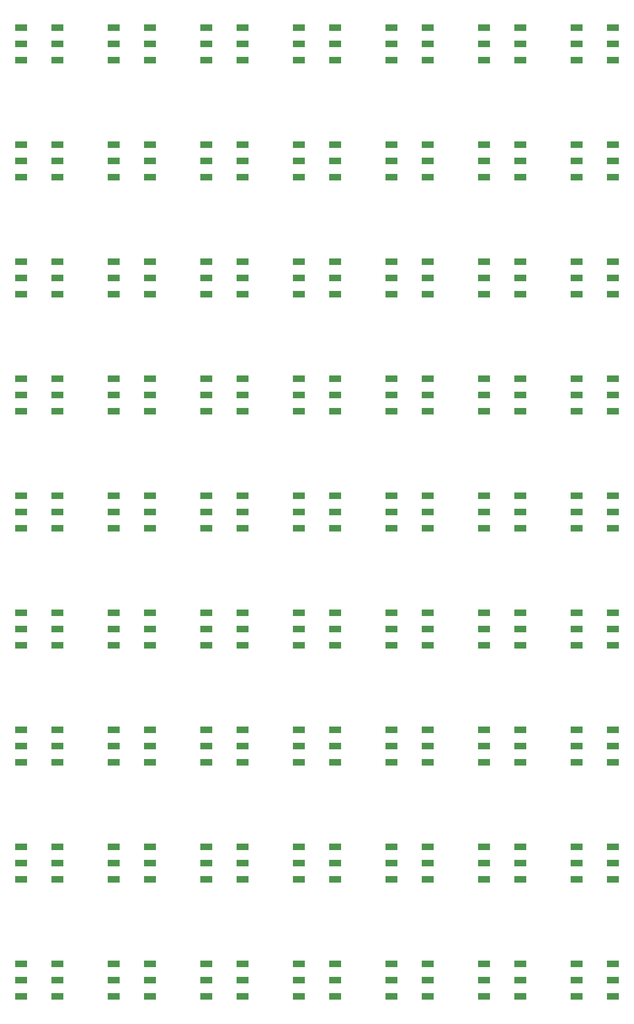
<source format=gbp>
G04 EAGLE Gerber RS-274X export*
G75*
%MOMM*%
%FSLAX34Y34*%
%LPD*%
%INSolderpaste Bottom*%
%IPPOS*%
%AMOC8*
5,1,8,0,0,1.08239X$1,22.5*%
G01*
%ADD10R,1.900000X1.020000*%


D10*
X22300Y38100D03*
X79300Y38100D03*
X79300Y12700D03*
X22300Y12700D03*
X22300Y63500D03*
X79300Y63500D03*
X167080Y38100D03*
X224080Y38100D03*
X224080Y12700D03*
X167080Y12700D03*
X167080Y63500D03*
X224080Y63500D03*
X311860Y38100D03*
X368860Y38100D03*
X368860Y12700D03*
X311860Y12700D03*
X311860Y63500D03*
X368860Y63500D03*
X456640Y38100D03*
X513640Y38100D03*
X513640Y12700D03*
X456640Y12700D03*
X456640Y63500D03*
X513640Y63500D03*
X601420Y38100D03*
X658420Y38100D03*
X658420Y12700D03*
X601420Y12700D03*
X601420Y63500D03*
X658420Y63500D03*
X746200Y38100D03*
X803200Y38100D03*
X803200Y12700D03*
X746200Y12700D03*
X746200Y63500D03*
X803200Y63500D03*
X890980Y38100D03*
X947980Y38100D03*
X947980Y12700D03*
X890980Y12700D03*
X890980Y63500D03*
X947980Y63500D03*
X22300Y220980D03*
X79300Y220980D03*
X79300Y195580D03*
X22300Y195580D03*
X22300Y246380D03*
X79300Y246380D03*
X167080Y220980D03*
X224080Y220980D03*
X224080Y195580D03*
X167080Y195580D03*
X167080Y246380D03*
X224080Y246380D03*
X311860Y220980D03*
X368860Y220980D03*
X368860Y195580D03*
X311860Y195580D03*
X311860Y246380D03*
X368860Y246380D03*
X456640Y220980D03*
X513640Y220980D03*
X513640Y195580D03*
X456640Y195580D03*
X456640Y246380D03*
X513640Y246380D03*
X601420Y220980D03*
X658420Y220980D03*
X658420Y195580D03*
X601420Y195580D03*
X601420Y246380D03*
X658420Y246380D03*
X746200Y220980D03*
X803200Y220980D03*
X803200Y195580D03*
X746200Y195580D03*
X746200Y246380D03*
X803200Y246380D03*
X890980Y220980D03*
X947980Y220980D03*
X947980Y195580D03*
X890980Y195580D03*
X890980Y246380D03*
X947980Y246380D03*
X22300Y403860D03*
X79300Y403860D03*
X79300Y378460D03*
X22300Y378460D03*
X22300Y429260D03*
X79300Y429260D03*
X167080Y403860D03*
X224080Y403860D03*
X224080Y378460D03*
X167080Y378460D03*
X167080Y429260D03*
X224080Y429260D03*
X311860Y403860D03*
X368860Y403860D03*
X368860Y378460D03*
X311860Y378460D03*
X311860Y429260D03*
X368860Y429260D03*
X456640Y403860D03*
X513640Y403860D03*
X513640Y378460D03*
X456640Y378460D03*
X456640Y429260D03*
X513640Y429260D03*
X601420Y403860D03*
X658420Y403860D03*
X658420Y378460D03*
X601420Y378460D03*
X601420Y429260D03*
X658420Y429260D03*
X746200Y403860D03*
X803200Y403860D03*
X803200Y378460D03*
X746200Y378460D03*
X746200Y429260D03*
X803200Y429260D03*
X890980Y403860D03*
X947980Y403860D03*
X947980Y378460D03*
X890980Y378460D03*
X890980Y429260D03*
X947980Y429260D03*
X22300Y586740D03*
X79300Y586740D03*
X79300Y561340D03*
X22300Y561340D03*
X22300Y612140D03*
X79300Y612140D03*
X167080Y586740D03*
X224080Y586740D03*
X224080Y561340D03*
X167080Y561340D03*
X167080Y612140D03*
X224080Y612140D03*
X311860Y586740D03*
X368860Y586740D03*
X368860Y561340D03*
X311860Y561340D03*
X311860Y612140D03*
X368860Y612140D03*
X456640Y586740D03*
X513640Y586740D03*
X513640Y561340D03*
X456640Y561340D03*
X456640Y612140D03*
X513640Y612140D03*
X601420Y586740D03*
X658420Y586740D03*
X658420Y561340D03*
X601420Y561340D03*
X601420Y612140D03*
X658420Y612140D03*
X746200Y586740D03*
X803200Y586740D03*
X803200Y561340D03*
X746200Y561340D03*
X746200Y612140D03*
X803200Y612140D03*
X890980Y586740D03*
X947980Y586740D03*
X947980Y561340D03*
X890980Y561340D03*
X890980Y612140D03*
X947980Y612140D03*
X22300Y769620D03*
X79300Y769620D03*
X79300Y744220D03*
X22300Y744220D03*
X22300Y795020D03*
X79300Y795020D03*
X167080Y769620D03*
X224080Y769620D03*
X224080Y744220D03*
X167080Y744220D03*
X167080Y795020D03*
X224080Y795020D03*
X311860Y769620D03*
X368860Y769620D03*
X368860Y744220D03*
X311860Y744220D03*
X311860Y795020D03*
X368860Y795020D03*
X456640Y769620D03*
X513640Y769620D03*
X513640Y744220D03*
X456640Y744220D03*
X456640Y795020D03*
X513640Y795020D03*
X601420Y769620D03*
X658420Y769620D03*
X658420Y744220D03*
X601420Y744220D03*
X601420Y795020D03*
X658420Y795020D03*
X746200Y769620D03*
X803200Y769620D03*
X803200Y744220D03*
X746200Y744220D03*
X746200Y795020D03*
X803200Y795020D03*
X890980Y769620D03*
X947980Y769620D03*
X947980Y744220D03*
X890980Y744220D03*
X890980Y795020D03*
X947980Y795020D03*
X22300Y952500D03*
X79300Y952500D03*
X79300Y927100D03*
X22300Y927100D03*
X22300Y977900D03*
X79300Y977900D03*
X167080Y952500D03*
X224080Y952500D03*
X224080Y927100D03*
X167080Y927100D03*
X167080Y977900D03*
X224080Y977900D03*
X311860Y952500D03*
X368860Y952500D03*
X368860Y927100D03*
X311860Y927100D03*
X311860Y977900D03*
X368860Y977900D03*
X456640Y952500D03*
X513640Y952500D03*
X513640Y927100D03*
X456640Y927100D03*
X456640Y977900D03*
X513640Y977900D03*
X601420Y952500D03*
X658420Y952500D03*
X658420Y927100D03*
X601420Y927100D03*
X601420Y977900D03*
X658420Y977900D03*
X746200Y952500D03*
X803200Y952500D03*
X803200Y927100D03*
X746200Y927100D03*
X746200Y977900D03*
X803200Y977900D03*
X890980Y952500D03*
X947980Y952500D03*
X947980Y927100D03*
X890980Y927100D03*
X890980Y977900D03*
X947980Y977900D03*
X22300Y1135380D03*
X79300Y1135380D03*
X79300Y1109980D03*
X22300Y1109980D03*
X22300Y1160780D03*
X79300Y1160780D03*
X167080Y1135380D03*
X224080Y1135380D03*
X224080Y1109980D03*
X167080Y1109980D03*
X167080Y1160780D03*
X224080Y1160780D03*
X311860Y1135380D03*
X368860Y1135380D03*
X368860Y1109980D03*
X311860Y1109980D03*
X311860Y1160780D03*
X368860Y1160780D03*
X456640Y1135380D03*
X513640Y1135380D03*
X513640Y1109980D03*
X456640Y1109980D03*
X456640Y1160780D03*
X513640Y1160780D03*
X601420Y1135380D03*
X658420Y1135380D03*
X658420Y1109980D03*
X601420Y1109980D03*
X601420Y1160780D03*
X658420Y1160780D03*
X746200Y1135380D03*
X803200Y1135380D03*
X803200Y1109980D03*
X746200Y1109980D03*
X746200Y1160780D03*
X803200Y1160780D03*
X890980Y1135380D03*
X947980Y1135380D03*
X947980Y1109980D03*
X890980Y1109980D03*
X890980Y1160780D03*
X947980Y1160780D03*
X22300Y1318260D03*
X79300Y1318260D03*
X79300Y1292860D03*
X22300Y1292860D03*
X22300Y1343660D03*
X79300Y1343660D03*
X167080Y1318260D03*
X224080Y1318260D03*
X224080Y1292860D03*
X167080Y1292860D03*
X167080Y1343660D03*
X224080Y1343660D03*
X311860Y1318260D03*
X368860Y1318260D03*
X368860Y1292860D03*
X311860Y1292860D03*
X311860Y1343660D03*
X368860Y1343660D03*
X456640Y1318260D03*
X513640Y1318260D03*
X513640Y1292860D03*
X456640Y1292860D03*
X456640Y1343660D03*
X513640Y1343660D03*
X601420Y1318260D03*
X658420Y1318260D03*
X658420Y1292860D03*
X601420Y1292860D03*
X601420Y1343660D03*
X658420Y1343660D03*
X746200Y1318260D03*
X803200Y1318260D03*
X803200Y1292860D03*
X746200Y1292860D03*
X746200Y1343660D03*
X803200Y1343660D03*
X890980Y1318260D03*
X947980Y1318260D03*
X947980Y1292860D03*
X890980Y1292860D03*
X890980Y1343660D03*
X947980Y1343660D03*
X22300Y1501140D03*
X79300Y1501140D03*
X79300Y1475740D03*
X22300Y1475740D03*
X22300Y1526540D03*
X79300Y1526540D03*
X167080Y1501140D03*
X224080Y1501140D03*
X224080Y1475740D03*
X167080Y1475740D03*
X167080Y1526540D03*
X224080Y1526540D03*
X311860Y1501140D03*
X368860Y1501140D03*
X368860Y1475740D03*
X311860Y1475740D03*
X311860Y1526540D03*
X368860Y1526540D03*
X456640Y1501140D03*
X513640Y1501140D03*
X513640Y1475740D03*
X456640Y1475740D03*
X456640Y1526540D03*
X513640Y1526540D03*
X601420Y1501140D03*
X658420Y1501140D03*
X658420Y1475740D03*
X601420Y1475740D03*
X601420Y1526540D03*
X658420Y1526540D03*
X746200Y1501140D03*
X803200Y1501140D03*
X803200Y1475740D03*
X746200Y1475740D03*
X746200Y1526540D03*
X803200Y1526540D03*
X890980Y1501140D03*
X947980Y1501140D03*
X947980Y1475740D03*
X890980Y1475740D03*
X890980Y1526540D03*
X947980Y1526540D03*
M02*

</source>
